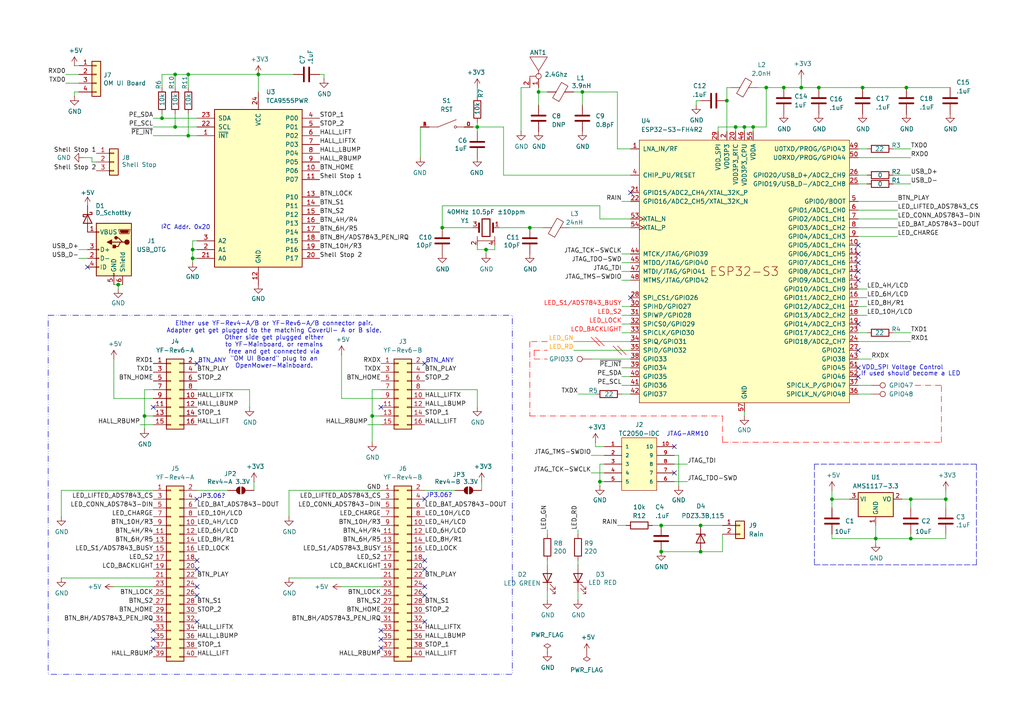
<source format=kicad_sch>
(kicad_sch (version 20231120) (generator "eeschema") (generator_version "8.0")
  (paper "A4")
  (title_block (title "YardForce Rev4-6 CoverUI-Adapter") (date "2024-11-11") (rev "0.1") (comment 1 "(C) Apehaenger 2024 <joerg@ebeling.ws>") (comment 2 "For https://openmower.de & Patrickzzz"))
  (junction (at 262.89 25.4))
  (junction (at 237.49 25.4))
  (junction (at 254 156.21))
  (junction (at 274.32 144.78))
  (junction (at 218.44 36.83))
  (junction (at 54.61 39.37))
  (junction (at 203.2 160.02))
  (junction (at 55.88 72.39))
  (junction (at 46.99 34.29))
  (junction (at 74.93 21.59))
  (junction (at 55.88 74.93))
  (junction (at 50.8 21.59))
  (junction (at 54.61 21.59))
  (junction (at 232.41 25.4))
  (junction (at 241.3 144.78))
  (junction (at 156.21 26.67))
  (junction (at 264.16 156.21))
  (junction (at 168.91 26.67))
  (junction (at 213.36 36.83))
  (junction (at 50.8 36.83))
  (junction (at 34.29 82.55))
  (junction (at 264.16 144.78))
  (junction (at 215.9 36.83))
  (junction (at 250.19 25.4))
  (junction (at 138.43 36.83))
  (junction (at 227.33 25.4))
  (junction (at 191.77 152.4))
  (junction (at 210.82 29.21))
  (junction (at 173.99 139.7))
  (junction (at 41.91 120.65))
  (junction (at 191.77 160.02))
  (junction (at 153.67 66.04))
  (junction (at 140.97 72.39))
  (junction (at 107.95 120.65))
  (junction (at 128.27 66.04))
  (junction (at 222.25 25.4))
  (junction (at 203.2 152.4))
  (no_connect (at 57.15 144.78))
  (no_connect (at 248.92 101.6))
  (no_connect (at 248.92 76.2))
  (no_connect (at 248.92 71.12))
  (no_connect (at 57.15 180.34))
  (no_connect (at 123.19 162.56))
  (no_connect (at 182.88 55.88))
  (no_connect (at 57.15 162.56))
  (no_connect (at 123.19 105.41))
  (no_connect (at 182.88 86.36))
  (no_connect (at 44.45 118.11))
  (no_connect (at 57.15 165.1))
  (no_connect (at 123.19 172.72))
  (no_connect (at 110.49 187.96))
  (no_connect (at 110.49 182.88))
  (no_connect (at 123.19 180.34))
  (no_connect (at 248.92 109.22))
  (no_connect (at 248.92 106.68))
  (no_connect (at 248.92 93.98))
  (no_connect (at 57.15 105.41))
  (no_connect (at 44.45 182.88))
  (no_connect (at 57.15 170.18))
  (no_connect (at 25.4 77.47))
  (no_connect (at 123.19 165.1))
  (no_connect (at 248.92 78.74))
  (no_connect (at 57.15 172.72))
  (no_connect (at 110.49 118.11))
  (no_connect (at 44.45 187.96))
  (no_connect (at 123.19 144.78))
  (no_connect (at 248.92 73.66))
  (no_connect (at 123.19 170.18))
  (no_connect (at 248.92 81.28))
  (no_connect (at 44.45 185.42))
  (no_connect (at 195.58 137.16))
  (no_connect (at 110.49 185.42))
  (no_connect (at 195.58 129.54))
  (wire (pts (xy 44.45 36.83) (xy 50.8 36.83)))
  (wire (pts (xy 144.78 66.04) (xy 153.67 66.04)))
  (wire (pts (xy 54.61 21.59) (xy 74.93 21.59)))
  (wire (pts (xy 248.92 53.34) (xy 251.46 53.34)))
  (wire (pts (xy 173.99 139.7) (xy 175.26 139.7)))
  (wire (pts (xy 254 156.21) (xy 264.16 156.21)))
  (wire (pts (xy 17.78 142.24) (xy 17.78 149.86)))
  (wire (pts (xy 57.15 142.24) (xy 66.04 142.24)))
  (wire (pts (xy 264.16 144.78) (xy 274.32 144.78)))
  (wire (pts (xy 215.9 36.83) (xy 215.9 38.1)))
  (wire (pts (xy 110.49 170.18) (xy 99.06 170.18)))
  (wire (pts (xy 180.34 91.44) (xy 182.88 91.44)))
  (wire (pts (xy 167.64 163.83) (xy 167.64 162.56)))
  (wire (pts (xy 252.73 104.14) (xy 248.92 104.14)))
  (wire (pts (xy 154.94 101.6) (xy 158.75 101.6)) (stroke (width 0) (type dash_dot) (color 255 0 0 1)))
  (wire (pts (xy 274.32 144.78) (xy 274.32 147.32)))
  (wire (pts (xy 151.13 25.4) (xy 153.67 25.4)))
  (wire (pts (xy 209.55 154.94) (xy 209.55 160.02)))
  (wire (pts (xy 106.68 123.19) (xy 110.49 123.19)))
  (wire (pts (xy 199.39 139.7) (xy 195.58 139.7)))
  (wire (pts (xy 251.46 88.9) (xy 248.92 88.9)))
  (wire (pts (xy 128.27 59.69) (xy 128.27 66.04)))
  (wire (pts (xy 248.92 43.18) (xy 251.46 43.18)))
  (wire (pts (xy 140.97 72.39) (xy 140.97 73.66)))
  (wire (pts (xy 138.43 72.39) (xy 140.97 72.39)))
  (wire (pts (xy 153.67 120.65) (xy 209.55 120.65)) (stroke (width 0) (type dash_dot) (color 255 0 0 1)))
  (wire (pts (xy 173.99 59.69) (xy 173.99 63.5)))
  (wire (pts (xy 22.86 26.67) (xy 21.59 26.67)))
  (wire (pts (xy 259.08 43.18) (xy 264.16 43.18)))
  (wire (pts (xy 179.07 26.67) (xy 179.07 43.18)))
  (wire (pts (xy 248.92 99.06) (xy 264.16 99.06)))
  (wire (pts (xy 171.45 104.14) (xy 182.88 104.14)))
  (wire (pts (xy 153.67 66.04) (xy 157.48 66.04)))
  (wire (pts (xy 55.88 74.93) (xy 55.88 76.2)))
  (wire (pts (xy 180.34 81.28) (xy 182.88 81.28)))
  (wire (pts (xy 248.92 45.72) (xy 264.16 45.72)))
  (wire (pts (xy 173.99 134.62) (xy 173.99 139.7)))
  (wire (pts (xy 264.16 156.21) (xy 264.16 154.94)))
  (polyline (pts (xy 236.22 163.83) (xy 283.21 163.83)) (stroke (width 0) (type dash)))
  (wire (pts (xy 209.55 120.65) (xy 209.55 128.27)) (stroke (width 0) (type dash_dot) (color 255 0 0 1)))
  (wire (pts (xy 254 152.4) (xy 254 156.21)))
  (wire (pts (xy 180.34 58.42) (xy 182.88 58.42)))
  (wire (pts (xy 165.1 66.04) (xy 182.88 66.04)))
  (wire (pts (xy 151.13 38.1) (xy 151.13 25.4)))
  (wire (pts (xy 232.41 25.4) (xy 237.49 25.4)))
  (wire (pts (xy 138.43 36.83) (xy 138.43 38.1)))
  (wire (pts (xy 179.07 152.4) (xy 181.61 152.4)))
  (wire (pts (xy 167.64 171.45) (xy 167.64 173.99)))
  (wire (pts (xy 41.91 120.65) (xy 44.45 120.65)))
  (wire (pts (xy 21.59 19.05) (xy 22.86 19.05)))
  (wire (pts (xy 24.13 45.72) (xy 26.67 45.72)))
  (wire (pts (xy 156.21 26.67) (xy 156.21 30.48)))
  (wire (pts (xy 146.05 36.83) (xy 146.05 50.8)))
  (wire (pts (xy 83.82 142.24) (xy 83.82 149.86)))
  (wire (pts (xy 123.19 113.03) (xy 138.43 113.03)))
  (wire (pts (xy 260.35 58.42) (xy 248.92 58.42)))
  (wire (pts (xy 241.3 144.78) (xy 241.3 147.32)))
  (wire (pts (xy 168.91 26.67) (xy 168.91 30.48)))
  (wire (pts (xy 138.43 71.12) (xy 138.43 72.39)))
  (wire (pts (xy 274.32 154.94) (xy 274.32 156.21)))
  (wire (pts (xy 172.72 128.27) (xy 172.72 129.54)))
  (wire (pts (xy 74.93 21.59) (xy 74.93 26.67)))
  (wire (pts (xy 55.88 69.85) (xy 55.88 72.39)))
  (wire (pts (xy 166.37 26.67) (xy 168.91 26.67)))
  (wire (pts (xy 26.67 46.99) (xy 27.94 46.99)))
  (wire (pts (xy 189.23 152.4) (xy 191.77 152.4)))
  (wire (pts (xy 210.82 25.4) (xy 210.82 29.21)))
  (wire (pts (xy 17.78 167.64) (xy 44.45 167.64)))
  (wire (pts (xy 260.35 68.58) (xy 248.92 68.58)))
  (wire (pts (xy 46.99 25.4) (xy 46.99 21.59)))
  (wire (pts (xy 34.29 82.55) (xy 35.56 82.55)))
  (wire (pts (xy 262.89 25.4) (xy 275.59 25.4)))
  (wire (pts (xy 153.67 99.06) (xy 153.67 120.65)) (stroke (width 0) (type dash_dot) (color 255 0 0 1)))
  (wire (pts (xy 19.05 24.13) (xy 22.86 24.13)))
  (wire (pts (xy 201.93 29.21) (xy 203.2 29.21)))
  (wire (pts (xy 209.55 128.27) (xy 273.05 128.27)) (stroke (width 0) (type dash_dot) (color 255 0 0 1)))
  (wire (pts (xy 138.43 113.03) (xy 138.43 118.11)))
  (wire (pts (xy 57.15 69.85) (xy 55.88 69.85)))
  (wire (pts (xy 41.91 113.03) (xy 41.91 120.65)))
  (wire (pts (xy 54.61 33.02) (xy 54.61 39.37)))
  (wire (pts (xy 209.55 160.02) (xy 203.2 160.02)))
  (wire (pts (xy 222.25 25.4) (xy 222.25 36.83)))
  (wire (pts (xy 26.67 45.72) (xy 26.67 46.99)))
  (wire (pts (xy 215.9 120.65) (xy 215.9 119.38)))
  (wire (pts (xy 259.08 96.52) (xy 264.16 96.52)))
  (wire (pts (xy 54.61 21.59) (xy 54.61 25.4)))
  (wire (pts (xy 274.32 142.24) (xy 274.32 144.78)))
  (wire (pts (xy 251.46 83.82) (xy 248.92 83.82)))
  (wire (pts (xy 248.92 50.8) (xy 251.46 50.8)))
  (wire (pts (xy 54.61 39.37) (xy 57.15 39.37)))
  (wire (pts (xy 40.64 123.19) (xy 44.45 123.19)))
  (polyline (pts (xy 179.07 100.33) (xy 181.61 102.87)) (stroke (width 0) (color 255 0 0 1)))
  (wire (pts (xy 138.43 35.56) (xy 138.43 36.83)))
  (wire (pts (xy 154.94 101.6) (xy 154.94 104.14)) (stroke (width 0) (type dash_dot) (color 255 0 0 1)))
  (wire (pts (xy 146.05 50.8) (xy 182.88 50.8)))
  (wire (pts (xy 50.8 33.02) (xy 50.8 36.83)))
  (polyline (pts (xy 177.8 100.33) (xy 180.34 102.87)) (stroke (width 0) (color 255 0 0 1)))
  (wire (pts (xy 219.71 25.4) (xy 222.25 25.4)))
  (wire (pts (xy 172.72 129.54) (xy 175.26 129.54)))
  (wire (pts (xy 222.25 25.4) (xy 227.33 25.4)))
  (wire (pts (xy 241.3 144.78) (xy 246.38 144.78)))
  (wire (pts (xy 110.49 113.03) (xy 107.95 113.03)))
  (polyline (pts (xy 283.21 134.62) (xy 236.22 134.62)) (stroke (width 0) (type dash)))
  (wire (pts (xy 139.7 139.7) (xy 139.7 142.24)))
  (polyline (pts (xy 236.22 134.62) (xy 236.22 163.83)) (stroke (width 0) (type dash)))
  (wire (pts (xy 218.44 38.1) (xy 218.44 36.83)))
  (wire (pts (xy 166.37 101.6) (xy 182.88 101.6)))
  (wire (pts (xy 44.45 39.37) (xy 54.61 39.37)))
  (wire (pts (xy 44.45 142.24) (xy 17.78 142.24)))
  (wire (pts (xy 140.97 72.39) (xy 143.51 72.39)))
  (wire (pts (xy 180.34 73.66) (xy 182.88 73.66)))
  (wire (pts (xy 180.34 96.52) (xy 182.88 96.52)))
  (wire (pts (xy 57.15 113.03) (xy 72.39 113.03)))
  (wire (pts (xy 55.88 74.93) (xy 57.15 74.93)))
  (wire (pts (xy 168.91 26.67) (xy 179.07 26.67)))
  (wire (pts (xy 99.06 102.87) (xy 99.06 115.57)))
  (wire (pts (xy 241.3 142.24) (xy 241.3 144.78)))
  (wire (pts (xy 50.8 21.59) (xy 50.8 25.4)))
  (wire (pts (xy 158.75 154.94) (xy 158.75 153.67)))
  (wire (pts (xy 19.05 21.59) (xy 22.86 21.59)))
  (wire (pts (xy 172.72 114.3) (xy 167.64 114.3)))
  (wire (pts (xy 208.28 36.83) (xy 213.36 36.83)))
  (wire (pts (xy 158.75 171.45) (xy 158.75 173.99)))
  (polyline (pts (xy 171.45 97.79) (xy 173.99 100.33)) (stroke (width 0) (color 255 0 0 1)))
  (wire (pts (xy 180.34 111.76) (xy 182.88 111.76)))
  (wire (pts (xy 179.07 43.18) (xy 182.88 43.18)))
  (wire (pts (xy 50.8 21.59) (xy 54.61 21.59)))
  (wire (pts (xy 93.98 21.59) (xy 92.71 21.59)))
  (wire (pts (xy 46.99 33.02) (xy 46.99 34.29)))
  (wire (pts (xy 248.92 96.52) (xy 251.46 96.52)))
  (wire (pts (xy 167.64 154.94) (xy 167.64 153.67)))
  (wire (pts (xy 248.92 114.3) (xy 252.73 114.3)))
  (wire (pts (xy 196.85 132.08) (xy 196.85 140.97)))
  (wire (pts (xy 222.25 36.83) (xy 218.44 36.83)))
  (wire (pts (xy 143.51 72.39) (xy 143.51 71.12)))
  (wire (pts (xy 251.46 86.36) (xy 248.92 86.36)))
  (wire (pts (xy 173.99 63.5) (xy 182.88 63.5)))
  (wire (pts (xy 33.02 170.18) (xy 44.45 170.18)))
  (wire (pts (xy 260.35 66.04) (xy 248.92 66.04)))
  (wire (pts (xy 261.62 144.78) (xy 264.16 144.78)))
  (wire (pts (xy 241.3 156.21) (xy 241.3 154.94)))
  (wire (pts (xy 166.37 99.06) (xy 182.88 99.06)))
  (wire (pts (xy 74.93 21.59) (xy 85.09 21.59)))
  (wire (pts (xy 73.66 139.7) (xy 73.66 142.24)))
  (wire (pts (xy 264.16 156.21) (xy 274.32 156.21)))
  (polyline (pts (xy 283.21 163.83) (xy 283.21 134.62)) (stroke (width 0) (type dash)))
  (wire (pts (xy 264.16 147.32) (xy 264.16 144.78)))
  (wire (pts (xy 180.34 114.3) (xy 182.88 114.3)))
  (wire (pts (xy 22.86 74.93) (xy 25.4 74.93)))
  (wire (pts (xy 203.2 152.4) (xy 209.55 152.4)))
  (wire (pts (xy 191.77 152.4) (xy 203.2 152.4)))
  (wire (pts (xy 137.16 36.83) (xy 138.43 36.83)))
  (polyline (pts (xy 172.72 97.79) (xy 175.26 100.33)) (stroke (width 0) (color 255 0 0 1)))
  (wire (pts (xy 180.34 109.22) (xy 182.88 109.22)))
  (wire (pts (xy 260.35 60.96) (xy 248.92 60.96)))
  (wire (pts (xy 99.06 115.57) (xy 110.49 115.57)))
  (wire (pts (xy 46.99 21.59) (xy 50.8 21.59)))
  (wire (pts (xy 191.77 160.02) (xy 203.2 160.02)))
  (wire (pts (xy 158.75 163.83) (xy 158.75 162.56)))
  (wire (pts (xy 33.02 115.57) (xy 44.45 115.57)))
  (wire (pts (xy 237.49 25.4) (xy 250.19 25.4)))
  (wire (pts (xy 273.05 128.27) (xy 273.05 111.76)) (stroke (width 0) (type dash_dot) (color 255 0 0 1)))
  (wire (pts (xy 210.82 29.21) (xy 210.82 38.1)))
  (wire (pts (xy 22.86 72.39) (xy 25.4 72.39)))
  (wire (pts (xy 173.99 140.97) (xy 173.99 139.7)))
  (wire (pts (xy 107.95 120.65) (xy 110.49 120.65)))
  (wire (pts (xy 171.45 137.16) (xy 175.26 137.16)))
  (wire (pts (xy 34.29 82.55) (xy 34.29 83.82)))
  (wire (pts (xy 156.21 26.67) (xy 158.75 26.67)))
  (wire (pts (xy 44.45 34.29) (xy 46.99 34.29)))
  (wire (pts (xy 232.41 22.86) (xy 232.41 25.4)))
  (wire (pts (xy 213.36 36.83) (xy 215.9 36.83)))
  (wire (pts (xy 93.98 22.86) (xy 93.98 21.59)))
  (wire (pts (xy 121.92 45.72) (xy 121.92 36.83)))
  (wire (pts (xy 72.39 113.03) (xy 72.39 118.11)))
  (wire (pts (xy 41.91 120.65) (xy 41.91 124.46)))
  (wire (pts (xy 251.46 91.44) (xy 248.92 91.44)))
  (wire (pts (xy 107.95 113.03) (xy 107.95 120.65)))
  (wire (pts (xy 21.59 26.67) (xy 21.59 27.94)))
  (wire (pts (xy 55.88 72.39) (xy 55.88 74.93)))
  (wire (pts (xy 154.94 104.14) (xy 158.75 104.14)) (stroke (width 0) (type dash_dot) (color 255 0 0 1)))
  (wire (pts (xy 199.39 134.62) (xy 195.58 134.62)))
  (wire (pts (xy 123.19 142.24) (xy 132.08 142.24)))
  (wire (pts (xy 260.35 63.5) (xy 248.92 63.5)))
  (wire (pts (xy 175.26 134.62) (xy 173.99 134.62)))
  (wire (pts (xy 171.45 132.08) (xy 175.26 132.08)))
  (wire (pts (xy 158.75 99.06) (xy 153.67 99.06)) (stroke (width 0) (type dash_dot) (color 255 0 0 1)))
  (wire (pts (xy 55.88 72.39) (xy 57.15 72.39)))
  (wire (pts (xy 156.21 26.67) (xy 156.21 25.4)))
  (wire (pts (xy 208.28 38.1) (xy 208.28 36.83)))
  (wire (pts (xy 138.43 36.83) (xy 146.05 36.83)))
  (wire (pts (xy 138.43 25.4) (xy 138.43 27.94)))
  (wire (pts (xy 213.36 38.1) (xy 213.36 36.83)))
  (wire (pts (xy 254 156.21) (xy 254 157.48)))
  (wire (pts (xy 128.27 59.69) (xy 173.99 59.69)))
  (wire (pts (xy 264.16 50.8) (xy 259.08 50.8)))
  (wire (pts (xy 128.27 66.04) (xy 137.16 66.04)))
  (wire (pts (xy 265.43 111.76) (xy 273.05 111.76)) (stroke (width 0) (type dash_dot) (color 255 0 0 1)))
  (wire (pts (xy 33.02 82.55) (xy 34.29 82.55)))
  (wire (pts (xy 210.82 25.4) (xy 212.09 25.4)))
  (wire (pts (xy 227.33 25.4) (xy 232.41 25.4)))
  (wire (pts (xy 264.16 53.34) (xy 259.08 53.34)))
  (wire (pts (xy 180.34 93.98) (xy 182.88 93.98)))
  (wire (pts (xy 50.8 36.83) (xy 57.15 36.83)))
  (wire (pts (xy 248.92 111.76) (xy 252.73 111.76)))
  (wire (pts (xy 195.58 132.08) (xy 196.85 132.08)))
  (wire (pts (xy 201.93 30.48) (xy 201.93 29.21)))
  (wire (pts (xy 218.44 36.83) (xy 215.9 36.83)))
  (wire (pts (xy 180.34 76.2) (xy 182.88 76.2)))
  (wire (pts (xy 46.99 34.29) (xy 57.15 34.29)))
  (wire (pts (xy 83.82 142.24) (xy 110.49 142.24)))
  (wire (pts (xy 180.34 106.68) (xy 182.88 106.68)))
  (wire (pts (xy 241.3 156.21) (xy 254 156.21)))
  (wire (pts (xy 180.34 88.9) (xy 182.88 88.9)))
  (wire (pts (xy 83.82 167.64) (xy 110.49 167.64)))
  (wire (pts (xy 180.34 78.74) (xy 182.88 78.74)))
  (wire (pts (xy 33.02 104.14) (xy 33.02 115.57)))
  (wire (pts (xy 107.95 120.65) (xy 107.95 128.27)))
  (wire (pts (xy 44.45 113.03) (xy 41.91 113.03)))
  (wire (pts (xy 250.19 25.4) (xy 262.89 25.4)))
  (rectangle (start 13.97 91.44) (end 148.59 195.58) (stroke (width 0) (type dash_dot_dot)))
  (text "VDD_SPI Voltage Control" (at 249.936 106.68 0) (effects (font (size 1.27 1.27)) (justify left)))
  (text "If used should become a LED" (at 249.682 108.458 0) (effects (font (size 1.27 1.27)) (justify left)))
  (text "JTAG-ARM10" (at 193.294 125.984 0) (effects (font (size 1.27 1.27)) (justify left)))
  (text "BTN_ANY" (at 123.444 104.648 0) (effects (font (size 1.27 1.27)) (justify left)))
  (text "JP3.06?" (at 123.444 143.764 0) (effects (font (size 1.27 1.27)) (justify left)))
  (text "JP3.06?" (at 57.658 144.018 0) (effects (font (size 1.27 1.27)) (justify left)))
  (text "BTN_ANY" (at 57.404 104.648 0) (effects (font (size 1.27 1.27)) (justify left)))
  (text "Either use YF-Rev4-A/B or YF-Rev6-A/B connector pair.\nAdapter get get plugged to the matching CoverUI- A or B side.\nOther side get plugged either\nto YF-Mainboard, or remains\nfree and get connected via\n\"OM UI Board\" plug to an\nOpenMower-Mainboard.\n" (at 79.502 100.076 0) (effects (font (size 1.27 1.27))))
  (text "I^{2}C Addr. 0x20" (at 53.848 66.04 0) (effects (font (size 1.27 1.27))))
  (label "BTN_4H{slash}R4" (at 92.71 64.77 0))
  (label "LED_LIFTED_ADS7843_CS" (at 110.49 144.78 180))
  (label "LED_4H{slash}LCD" (at 57.15 152.4 0))
  (label "STOP_2" (at 123.19 110.49 0))
  (label "BTN_6H{slash}R5" (at 92.71 67.31 0))
  (label "LED_LOCK" (at 180.34 93.98 180))
  (label "STOP_2" (at 92.71 36.83 0))
  (label "STOP_2" (at 57.15 110.49 0))
  (label "BTN_PLAY" (at 57.15 167.64 0))
  (label "LED_RD" (at 167.64 153.67 90))
  (label "HALL_LIFTX" (at 123.19 182.88 0))
  (label "HALL_RBUMP" (at 92.71 46.99 0))
  (label "LED_8H{slash}R1" (at 123.19 157.48 0))
  (label "JTAG_TDI" (at 199.39 134.62 0))
  (label "JTAG_TDO-SWD" (at 180.34 76.2 180))
  (label "BTN_S1" (at 57.15 175.26 0))
  (label "LED_S1{slash}ADS7843_BUSY" (at 44.45 160.02 180))
  (label "LED_LIFTED_ADS7843_CS" (at 260.35 60.96 0))
  (label "LCD_BACKLIGHT" (at 180.34 96.52 180))
  (label "LED_S1{slash}ADS7843_BUSY" (at 110.49 160.02 180))
  (label "LED_4H{slash}LCD" (at 251.46 83.82 0))
  (label "TXD1" (at 264.16 96.52 0))
  (label "USB_D-" (at 22.86 74.93 180))
  (label "BTN_PLAY" (at 123.19 107.95 0))
  (label "HALL_LBUMP" (at 92.71 44.45 0))
  (label "USB_D+" (at 22.86 72.39 180))
  (label "LED_CONN_ADS7843-DIN" (at 110.49 147.32 180))
  (label "HALL_LBUMP" (at 57.15 118.11 0))
  (label "Shell Stop 2" (at 27.94 49.53 180))
  (label "HALL_LBUMP" (at 123.19 118.11 0))
  (label "LED_LOCK" (at 123.19 160.02 0))
  (label "LED_S2" (at 110.49 162.56 180))
  (label "TXD0" (at 19.05 24.13 180))
  (label "JTAG_TDI" (at 180.34 78.74 180))
  (label "PE_SDA" (at 44.45 34.29 180))
  (label "HALL_LIFTX" (at 92.71 41.91 0))
  (label "BTN_S2" (at 110.49 175.26 180))
  (label "HALL_LBUMP" (at 57.15 185.42 0))
  (label "BTN_8H{slash}ADS7843_PEN_IRQ" (at 44.45 180.34 180))
  (label "HALL_LIFT" (at 92.71 39.37 0))
  (label "BTN_PLAY" (at 57.15 107.95 0))
  (label "Shell Stop 1" (at 92.71 52.07 0))
  (label "STOP_1" (at 92.71 34.29 0))
  (label "JTAG_TCK-SWCLK" (at 171.45 137.16 180))
  (label "JTAG_TMS-SWDIO" (at 180.34 81.28 180))
  (label "JTAG_TDO-SWD" (at 199.39 139.7 0))
  (label "LED_S1{slash}ADS7843_BUSY" (at 180.34 88.9 180))
  (label "PE_SCL" (at 44.45 36.83 180))
  (label "RXD1" (at 44.45 105.41 180))
  (label "HALL_LIFT" (at 57.15 190.5 0))
  (label "LED_4H{slash}LCD" (at 123.19 152.4 0))
  (label "BTN_6H{slash}R5" (at 44.45 157.48 180))
  (label "LED_S2" (at 44.45 162.56 180))
  (label "HALL_RBUMP" (at 106.68 123.19 180))
  (label "USB_D+" (at 264.16 50.8 0))
  (label "TXDX" (at 110.49 107.95 180))
  (label "TXD0" (at 264.16 43.18 0))
  (label "LED_BAT_ADS7843-DOUT" (at 123.19 147.32 0))
  (label "BTN_S2" (at 44.45 175.26 180))
  (label "BTN_10H{slash}R3" (at 92.71 72.39 0))
  (label "Shell Stop 1" (at 27.94 44.45 180))
  (label "HALL_LIFT" (at 123.19 123.19 0))
  (label "~{PE_INT}" (at 44.45 39.37 180))
  (label "RXD1" (at 264.16 99.06 0))
  (label "BTN_HOME" (at 44.45 110.49 180))
  (label "LED_S2" (at 180.34 91.44 180))
  (label "STOP_1" (at 123.19 120.65 0))
  (label "LED_RD" (at 166.37 101.6 180))
  (label "LED_10H{slash}LCD" (at 123.19 149.86 0))
  (label "STOP_1" (at 57.15 187.96 0))
  (label "HALL_LIFTX" (at 123.19 115.57 0))
  (label "BTN_LOCK" (at 110.49 172.72 180))
  (label "HALL_LIFT" (at 123.19 190.5 0))
  (label "BTN_10H{slash}R3" (at 44.45 152.4 180))
  (label "LED_8H{slash}R1" (at 251.46 88.9 0))
  (label "BTN_10H{slash}R3" (at 110.49 152.4 180))
  (label "STOP_2" (at 57.15 177.8 0))
  (label "LED_CHARGE" (at 260.35 68.58 0))
  (label "RXDX" (at 252.73 104.14 0))
  (label "RAIN" (at 180.34 58.42 180))
  (label "BTN_8H{slash}ADS7843_PEN_IRQ" (at 92.71 69.85 0))
  (label "HALL_LIFTX" (at 57.15 182.88 0))
  (label "BTN_4H{slash}R4" (at 44.45 154.94 180))
  (label "LED_6H{slash}LCD" (at 57.15 154.94 0))
  (label "LED_BAT_ADS7843-DOUT" (at 260.35 66.04 0))
  (label "BTN_S1" (at 123.19 175.26 0))
  (label "~{PE_INT}" (at 180.34 106.68 180))
  (label "LED_CONN_ADS7843-DIN" (at 44.45 147.32 180))
  (label "LED_6H{slash}LCD" (at 123.19 154.94 0))
  (label "LED_8H{slash}R1" (at 57.15 157.48 0))
  (label "LED_CONN_ADS7843-DIN" (at 260.35 63.5 0))
  (label "STOP_1" (at 123.19 187.96 0))
  (label "HALL_LIFTX" (at 57.15 115.57 0))
  (label "HALL_LIFT" (at 57.15 123.19 0))
  (label "RXDX" (at 110.49 105.41 180))
  (label "BTN_HOME" (at 110.49 177.8 180))
  (label "RXD0" (at 19.05 21.59 180))
  (label "BTN_6H{slash}R5" (at 110.49 157.48 180))
  (label "STOP_1" (at 57.15 120.65 0))
  (label "LED_GN" (at 158.75 153.67 90))
  (label "LED_10H{slash}LCD" (at 251.46 91.44 0))
  (label "BTN_HOME" (at 110.49 110.49 180))
  (label "Shell Stop 2" (at 92.71 74.93 0))
  (label "LED_CHARGE" (at 44.45 149.86 180))
  (label "USB_D-" (at 264.16 53.34 0))
  (label "BTN_PLAY" (at 123.19 167.64 0))
  (label "HALL_LBUMP" (at 123.19 185.42 0))
  (label "LED_LOCK" (at 57.15 160.02 0))
  (label "LED_CHARGE" (at 110.49 149.86 180))
  (label "LED_GN" (at 166.37 99.06 180))
  (label "HALL_RBUMP" (at 110.49 190.5 180))
  (label "RAIN" (at 179.07 152.4 180))
  (label "BTN_S2" (at 92.71 62.23 0))
  (label "LED_LIFTED_ADS7843_CS" (at 44.45 144.78 180))
  (label "BTN_HOME" (at 92.71 49.53 0))
  (label "LED_BAT_ADS7843-DOUT" (at 57.15 147.32 0))
  (label "LED_10H{slash}LCD" (at 57.15 149.86 0))
  (label "TXDX" (at 167.64 114.3 180))
  (label "HALL_RBUMP" (at 40.64 123.19 180))
  (label "STOP_2" (at 123.19 177.8 0))
  (label "GND" (at 110.49 142.24 180))
  (label "PE_SCL" (at 180.34 111.76 180))
  (label "RXD0" (at 264.16 45.72 0))
  (label "BTN_LOCK" (at 44.45 172.72 180))
  (label "PE_SDA" (at 180.34 109.22 180))
  (label "JTAG_TMS-SWDIO" (at 171.45 132.08 180))
  (label "LCD_BACKLIGHT" (at 110.49 165.1 180))
  (label "HALL_RBUMP" (at 44.45 190.5 180))
  (label "TXD1" (at 44.45 107.95 180))
  (label "JTAG_TCK-SWCLK" (at 180.34 73.66 180))
  (label "LCD_BACKLIGHT" (at 44.45 165.1 180))
  (label "BTN_HOME" (at 44.45 177.8 180))
  (label "LED_6H{slash}LCD" (at 251.46 86.36 0))
  (label "BTN_LOCK" (at 92.71 57.15 0))
  (label "BTN_8H{slash}ADS7843_PEN_IRQ" (at 110.49 180.34 180))
  (label "BTN_S1" (at 92.71 59.69 0))
  (label "BTN_4H{slash}R4" (at 110.49 154.94 180))
  (label "BTN_PLAY" (at 260.35 58.42 0))
  (symbol (lib_name "GND_14") (lib_id "power:GND") (at 158.75 189.23 0) (unit 1)
    (property "Reference" "#PWR022" (effects (hide yes)))
    (property "Value" "GND" (at 158.877 193.6242 0))
    (property "Description" "Power symbol creates a global label with name \"GND\" , ground" (effects (hide yes)))
  )
  (symbol (lib_id "Device:R") (at 255.27 50.8 90) (unit 1)
    (property "Reference" "R2" (at 258.572 49.784 90) (effects (justify right)))
    (property "Value" "0" (at 255.27 50.8 90))
    (property "Footprint" "Resistor_SMD:R_0402_1005Metric" (effects (hide yes)))
    (property "Description" "62.5mW Thick Film Resistors 50V ±800ppm/℃ ±1% 0Ω" (effects (hide yes)))
    (property "LCSC" "C17168" (effects (hide yes)))
  )
  (symbol (lib_id "Crystal_SMD:XRCGB40M000F4M02R0") (at 140.97 66.04 0) (mirror y) (unit 1)
    (property "Reference" "Y1" (at 134.874 64.008 0))
    (property "Value" "40MHz 10.5pF ±10ppm" (at 140.97 61.468 0))
    (property "Footprint" "Crystal:Crystal_SMD_2016-4Pin_2.0x1.6mm" (effects (hide yes)))
    (property "Description" "40MHz 10.5pF ±10ppm ±20ppm SMD2016-4P" (effects (hide yes)))
    (property "MF" "KYX" (effects (hide yes)))
    (property "MF Part" "K2B4000010510" (effects (hide yes)))
    (property "LCSC" "C18209006" (effects (hide yes)))
  )
  (symbol (lib_name "GND_3") (lib_id "power:GND") (at 17.78 167.64 0) (unit 1)
    (property "Reference" "#PWR019" (effects (hide yes)))
    (property "Value" "GND" (at 17.907 172.0342 0))
    (property "Description" "Power symbol creates a global label with name \"GND\" , ground" (effects (hide yes)))
  )
  (symbol (lib_id "power:+3.3V") (at 73.66 139.7 0) (unit 1)
    (property "Reference" "#PWR015" (effects (hide yes)))
    (property "Value" "+3V3" (at 74.041 135.3058 0))
    (property "Description" "Power symbol creates a global label with name \"+3.3V\"" (effects (hide yes)))
  )
  (symbol (lib_id "Device:R") (at 185.42 152.4 90) (mirror x) (unit 1)
    (property "Reference" "R12" (at 185.42 149.606 90))
    (property "Value" "10k" (at 185.42 147.066 90))
    (property "Footprint" "Resistor_SMD:R_0603_1608Metric" (effects (hide yes)))
    (property "Description" "100mW Thick Film Resistors 75V ±100ppm/℃ ±1% 10kΩ" (effects (hide yes)))
    (property "JLC" "C25744" (effects (hide yes)))
    (property "LCSC" "C25804" (effects (hide yes)))
  )
  (symbol (lib_name "+5V_2") (lib_id "power:+5V") (at 33.02 170.18 90) (unit 1)
    (property "Reference" "#PWR016" (effects (hide yes)))
    (property "Value" "+5V" (at 27.432 170.18 90))
    (property "Description" "Power symbol creates a global label with name \"+5V\"" (effects (hide yes)))
  )
  (symbol (lib_name "GND_1") (lib_id "power:GND") (at 215.9 120.65 0) (unit 1)
    (property "Reference" "#PWR039" (effects (hide yes)))
    (property "Value" "GND" (at 215.9 124.714 0))
    (property "Description" "Power symbol creates a global label with name \"GND\" , ground" (effects (hide yes)))
  )
  (symbol (lib_id "Device:FerriteBead") (at 215.9 25.4 90) (unit 1)
    (property "Reference" "L2" (at 219.71 18.796 90) (effects (justify right)))
    (property "Value" "2.0nH" (at 217.932 21.336 90) (effects (justify right)))
    (property "Footprint" "Inductor_SMD:L_0402_1005Metric" (effects (hide yes)))
    (property "Description" "300mA 2nH 200mΩ" (effects (hide yes)))
    (property "LCSC" "C963978" (effects (hide yes)))
  )
  (symbol (lib_id "power:GND") (at 275.59 33.02 0) (unit 1)
    (property "Reference" "#PWR046" (effects (hide yes)))
    (property "Value" "GND" (at 275.717 37.4142 0))
    (property "Description" "Power symbol creates a global label with name \"GND\" , ground" (effects (hide yes)))
  )
  (symbol (lib_name "+5V_3") (lib_id "power:+5V") (at 99.06 102.87 0) (unit 1)
    (property "Reference" "#PWR0102" (effects (hide yes)))
    (property "Value" "+5V" (at 99.441 98.4758 0))
    (property "Description" "Power symbol creates a global label with name \"+5V\"" (effects (hide yes)))
  )
  (symbol (lib_id "Connector_Generic:Conn_01x03") (at 33.02 46.99 0) (unit 1)
    (property "Reference" "J8" (at 35.306 45.72 0) (effects (justify left)))
    (property "Value" "Shell Stop" (at 35.306 47.752 0) (effects (justify left)))
    (property "Footprint" "Connector_JST:JST_XH_B3B-XH-A_1x03_P2.50mm_Vertical" (effects (hide yes)))
    (property "Description" "Generic connector, single row, 01x03, script generated (kicad-library-utils/schlib/autogen/connector/)" (effects (hide yes)))
    (property "Part Number" "B3B-XH-A(LF)(SN)" (effects (hide yes)))
    (property "Stock_PN" "J-JST-XH-1x3" (effects (hide yes)))
    (property "LCSC" "C144394" (effects (hide yes)))
  )
  (symbol (lib_id "Connector_Generic:Conn_02x20_Odd_Even") (at 115.57 165.1 0) (unit 1)
    (property "Reference" "J6" (at 116.84 135.89 0))
    (property "Value" "YF-Rev4-B" (at 116.84 138.43 0))
    (property "Footprint" "libs:IDC-Hybrid_2x20_P2.54mm_Latch_Vertical" (effects (hide yes)))
    (property "Description" "40 Position Header Connector 0.100\" (2.54mm) Through Hole Gold" (effects (hide yes)))
    (property "DigiKey" "SFH11-PBPC-D20-ST-BK" (effects (hide yes)))
    (property "LCSC" "C5909928" (effects (hide yes)))
  )
  (symbol (lib_id "Device:C") (at 207.01 29.21 90) (unit 1)
    (property "Reference" "C12" (at 202.946 24.892 90))
    (property "Value" ".1uF" (at 202.946 27.432 90))
    (property "Footprint" "Capacitor_SMD:C_0402_1005Metric" (effects (hide yes)))
    (property "Description" "16V 100nF X7R ±10% 0402 Multilayer Ceramic Capacitors MLCC" (effects (hide yes)))
    (property "LCSC" "C1525" (effects (hide yes)))
  )
  (symbol (lib_id "power:+3.3V") (at 74.93 21.59 0) (unit 1)
    (property "Reference" "#PWR032" (effects (hide yes)))
    (property "Value" "+3V3" (at 75.311 17.1958 0))
    (property "Description" "Power symbol creates a global label with name \"+3.3V\"" (effects (hide yes)))
  )
  (symbol (lib_id "Device:R") (at 158.75 158.75 0) (unit 1)
    (property "Reference" "R8" (at 160.528 157.5816 0) (effects (justify left)))
    (property "Value" "200	" (at 160.528 159.893 0) (effects (justify left)))
    (property "Footprint" "Resistor_SMD:R_0603_1608Metric" (effects (hide yes)))
    (property "Description" "100mW Thick Film Resistors 75V ±100ppm/℃ ±1% 200Ω" (effects (hide yes)))
    (property "LCSC" "C8218" (effects (hide yes)))
  )
  (symbol (lib_id "power:+3.3V") (at 274.32 142.24 0) (unit 1)
    (property "Reference" "#PWR05" (effects (hide yes)))
    (property "Value" "+3V3" (at 274.701 137.8458 0))
    (property "Description" "Power symbol creates a global label with name \"+3.3V\"" (effects (hide yes)))
  )
  (symbol (lib_id "Connector_Generic:Conn_02x08_Odd_Even") (at 115.57 113.03 0) (unit 1)
    (property "Reference" "J3" (at 116.84 99.06 0))
    (property "Value" "YF-Rev6-B" (at 116.84 101.6 0))
    (property "Footprint" "libs:IDC-Hybrid_2x08_P2.54mm_Latch_Vertical" (effects (hide yes)))
    (property "Description" "16 Position Header Connector 0.100\" (2.54mm) Through Hole Gold" (effects (hide yes)))
    (property "DigiKey" "S9196-ND" (effects (hide yes)))
    (property "LCSC" "C3320355 / C601981" (effects (hide yes)))
  )
  (symbol (lib_id "Connector_Generic:Conn_02x20_Odd_Even") (at 49.53 165.1 0) (unit 1)
    (property "Reference" "J5" (at 50.8 135.89 0))
    (property "Value" "YF-Rev4-A" (at 50.8 138.43 0))
    (property "Footprint" "libs:IDC-Hybrid_2x20_P2.54mm_Latch_Vertical" (effects (hide yes)))
    (property "Description" "40 Position Header Connector 0.100\" (2.54mm) Through Hole Gold" (effects (hide yes)))
    (property "DigiKey" "SFH11-PBPC-D20-ST-BK" (effects (hide yes)))
    (property "LCSC" "C5909928 / C3029524" (effects (hide yes)))
  )
  (symbol (lib_name "GND_6") (lib_id "power:GND") (at 83.82 167.64 0) (unit 1)
    (property "Reference" "#PWR018" (effects (hide yes)))
    (property "Value" "GND" (at 83.947 172.0342 0))
    (property "Description" "Power symbol creates a global label with name \"GND\" , ground" (effects (hide yes)))
  )
  (symbol (lib_id "Device:C") (at 191.77 156.21 0) (unit 1)
    (property "Reference" "C4" (at 189.992 147.066 0) (effects (justify left)))
    (property "Value" ".1uF" (at 189.992 149.606 0) (effects (justify left)))
    (property "Footprint" "Capacitor_SMD:C_0402_1005Metric" (effects (hide yes)))
    (property "Description" "16V 100nF X7R ±10% 0402 Multilayer Ceramic Capacitors MLCC" (effects (hide yes)))
    (property "JLC" "C307331" (effects (hide yes)))
    (property "LCSC" "C1525" (effects (hide yes)))
  )
  (symbol (lib_id "Device:FerriteBead") (at 162.56 26.67 90) (unit 1)
    (property "Reference" "L1" (at 168.402 22.606 90))
    (property "Value" "3.9nH" (at 168.656 24.892 90))
    (property "Footprint" "Inductor_SMD:L_0402_1005Metric" (effects (hide yes)))
    (property "Description" "3.9nH 0402 Inductors" (effects (hide yes)))
    (property "LCSC" "C370223" (effects (hide yes)))
  )
  (symbol (lib_id "PCB_Antenna:PCB_Trace24") (at 156.21 17.78 0) (unit 1) (in_bom no)
    (property "Reference" "ANT1" (at 153.67 15.24 0) (effects (justify left)))
    (property "Value" "2.4Ghz" (at 161.29 21.59 0))
    (property "Footprint" "libs:PCB_Antenna_2.4GHz_Left" (effects (hide yes)))
  )
  (symbol (lib_id "power:+5V") (at 170.18 189.23 0) (unit 1)
    (property "Reference" "#PWR02" (effects (hide yes)))
    (property "Value" "+5V" (at 170.561 184.8358 0))
    (property "Description" "Power symbol creates a global label with name \"+5V\"" (effects (hide yes)))
  )
  (symbol (lib_id "power:GND") (at 262.89 33.02 0) (unit 1)
    (property "Reference" "#PWR049" (effects (hide yes)))
    (property "Value" "GND" (at 263.017 37.4142 0))
    (property "Description" "Power symbol creates a global label with name \"GND\" , ground" (effects (hide yes)))
  )
  (symbol (lib_name "GND_1") (lib_id "power:GND") (at 74.93 82.55 0) (unit 1)
    (property "Reference" "#PWR031" (effects (hide yes)))
    (property "Value" "GND" (at 74.93 86.614 0))
    (property "Description" "Power symbol creates a global label with name \"GND\" , ground" (effects (hide yes)))
  )
  (symbol (lib_id "Connector_Generic:Conn_01x02") (at 214.63 152.4 0) (unit 1)
    (property "Reference" "J9" (at 217.17 152.3999 0) (effects (justify left)))
    (property "Value" "Rain" (at 217.17 154.9399 0) (effects (justify left)))
    (property "Footprint" "Connector_JST:JST_XH_B2B-XH-A_1x02_P2.50mm_Vertical" (effects (hide yes)))
    (property "Digikey" "455-2946-ND" (effects (hide yes)))
    (property "Part Number" "B2B-XH-A-GU" (effects (hide yes)))
    (property "Stock_PN" "J-JST-XH-1x2" (effects (hide yes)))
    (property "LCSC" "C2910525" (effects (hide yes)))
  )
  (symbol (lib_id "Device:C") (at 227.33 29.21 0) (unit 1)
    (property "Reference" "C14" (at 230.378 27.94 0) (effects (justify left)))
    (property "Value" "1uF" (at 230.378 30.48 0) (effects (justify left)))
    (property "Footprint" "Capacitor_SMD:C_0402_1005Metric" (effects (hide yes)))
    (property "Description" "25V 1uF X5R ±10%" (effects (hide yes)))
    (property "LCSC" "C52923" (effects (hide yes)))
  )
  (symbol (lib_name "GND_1") (lib_id "power:GND") (at 55.88 76.2 0) (unit 1)
    (property "Reference" "#PWR030" (effects (hide yes)))
    (property "Value" "GND" (at 55.88 80.264 0))
    (property "Description" "Power symbol creates a global label with name \"GND\" , ground" (effects (hide yes)))
  )
  (symbol (lib_id "Device:C") (at 275.59 29.21 0) (unit 1)
    (property "Reference" "C15" (at 277.368 23.876 0) (effects (justify left)))
    (property "Value" ".1uF" (at 277.368 26.416 0) (effects (justify left)))
    (property "Footprint" "Capacitor_SMD:C_0402_1005Metric" (effects (hide yes)))
    (property "Description" "16V 100nF X7R ±10% 0402 Multilayer Ceramic Capacitors MLCC" (effects (hide yes)))
    (property "LCSC" "C1525" (effects (hide yes)))
  )
  (symbol (lib_id "Device:C") (at 88.9 21.59 90) (unit 1)
    (property "Reference" "C7" (at 87.7316 18.669 0) (effects (justify left)))
    (property "Value" ".1uF" (at 90.043 18.669 0) (effects (justify left)))
    (property "Footprint" "Capacitor_SMD:C_0402_1005Metric" (effects (hide yes)))
    (property "Description" "16V 100nF X7R ±10% 0402 Multilayer Ceramic Capacitors MLCC" (effects (hide yes)))
    (property "Stock_PN" "C-402-.1uF-16V-X7R" (effects (hide yes)))
    (property "LCSC" "C1525" (effects (hide yes)))
  )
  (symbol (lib_id "power:GND") (at 140.97 73.66 0) (unit 1)
    (property "Reference" "#PWR036" (effects (hide yes)))
    (property "Value" "GND" (at 141.097 78.0542 0))
    (property "Description" "Power symbol creates a global label with name \"GND\" , ground" (effects (hide yes)))
  )
  (symbol (lib_name "GND_1") (lib_id "power:GND") (at 196.85 140.97 0) (unit 1)
    (property "Reference" "#PWR052" (effects (hide yes)))
    (property "Value" "GND" (at 196.85 145.034 0))
    (property "Description" "Power symbol creates a global label with name \"GND\" , ground" (effects (hide yes)))
  )
  (symbol (lib_id "power:PWR_FLAG") (at 170.18 189.23 180) (unit 1)
    (property "Reference" "#FLG01" (effects (hide yes)))
    (property "Value" "PWR_FLAG" (at 170.18 194.31 0))
    (property "Description" "Special symbol for telling ERC where power comes from" (effects (hide yes)))
  )
  (symbol (lib_name "+5V_4") (lib_id "power:+5V") (at 99.06 170.18 90) (unit 1)
    (property "Reference" "#PWR017" (effects (hide yes)))
    (property "Value" "+5V" (at 93.218 170.18 90))
    (property "Description" "Power symbol creates a global label with name \"+5V\"" (effects (hide yes)))
  )
  (symbol (lib_name "+3.3V_1") (lib_id "power:+3.3V") (at 172.72 128.27 0) (unit 1)
    (property "Reference" "#PWR011" (effects (hide yes)))
    (property "Value" "+3V3" (at 173.101 123.8758 0))
    (property "Description" "Power symbol creates a global label with name \"+3.3V\"" (effects (hide yes)))
  )
  (symbol (lib_name "GND_7") (lib_id "power:GND") (at 254 157.48 0) (unit 1)
    (property "Reference" "#PWR04" (effects (hide yes)))
    (property "Value" "GND" (at 254.127 161.8742 0))
    (property "Description" "Power symbol creates a global label with name \"GND\" , ground" (effects (hide yes)))
  )
  (symbol (lib_id "Device:R") (at 54.61 29.21 180) (unit 1)
    (property "Reference" "R11" (at 53.594 25.908 90) (effects (justify right)))
    (property "Value" "10k" (at 54.61 28.956 90))
    (property "Footprint" "Resistor_SMD:R_0603_1608Metric" (effects (hide yes)))
    (property "Description" "100mW Thick Film Resistors 75V ±100ppm/℃ ±1% 10kΩ" (effects (hide yes)))
    (property "LCSC" "C25804" (effects (hide yes)))
  )
  (symbol (lib_name "GND_1") (lib_id "power:GND") (at 34.29 83.82 0) (unit 1)
    (property "Reference" "#PWR021" (effects (hide yes)))
    (property "Value" "GND" (at 34.29 87.884 0))
    (property "Description" "Power symbol creates a global label with name \"GND\" , ground" (effects (hide yes)))
  )
  (symbol (lib_id "Device:R") (at 167.64 158.75 0) (unit 1)
    (property "Reference" "R9" (at 169.418 157.5816 0) (effects (justify left)))
    (property "Value" "220" (at 169.418 159.893 0) (effects (justify left)))
    (property "Footprint" "Resistor_SMD:R_0603_1608Metric" (effects (hide yes)))
    (property "Description" "100mW Thick Film Resistors 75V ±100ppm/℃ ±1% 220Ω" (effects (hide yes)))
    (property "LCSC" "C22962" (effects (hide yes)))
  )
  (symbol (lib_id "power:GND") (at 250.19 33.02 0) (unit 1)
    (property "Reference" "#PWR048" (effects (hide yes)))
    (property "Value" "GND" (at 250.317 37.4142 0))
    (property "Description" "Power symbol creates a global label with name \"GND\" , ground" (effects (hide yes)))
  )
  (symbol (lib_id "power:+3.3V") (at 232.41 22.86 0) (unit 1)
    (property "Reference" "#PWR038" (effects (hide yes)))
    (property "Value" "+3V3" (at 232.791 18.4658 0))
    (property "Description" "Power symbol creates a global label with name \"+3.3V\"" (effects (hide yes)))
  )
  (symbol (lib_id "power:GND") (at 191.77 160.02 0) (unit 1)
    (property "Reference" "#PWR020" (effects (hide yes)))
    (property "Value" "GND" (at 191.897 164.4142 0))
    (property "Description" "Power symbol creates a global label with name \"GND\" , ground" (effects (hide yes)))
  )
  (symbol (lib_id "Jumper:SolderJumper_2_Open") (at 69.85 142.24 0) (unit 1) (exclude_from_sim yes) (in_bom no)
    (property "Reference" "JP2" (at 66.802 137.414 0))
    (property "Value" "Rev4-A 3.3V" (at 66.294 139.7 0))
    (property "Footprint" "Jumper:SolderJumper-2_P1.3mm_Open_RoundedPad1.0x1.5mm" (effects (hide yes)))
    (property "Description" "Solder Jumper, 2-pole, open" (effects (hide yes)))
  )
  (symbol (lib_id "Connector_Generic:Conn_01x04") (at 27.94 21.59 0) (unit 1)
    (property "Reference" "J7" (at 29.972 21.7932 0) (effects (justify left)))
    (property "Value" "OM UI Board" (at 29.972 24.1046 0) (effects (justify left)))
    (property "Footprint" "Connector_JST:JST_XH_B4B-XH-A_1x04_P2.50mm_Vertical" (effects (hide yes)))
    (property "Digikey" "455-2249-ND" (effects (hide yes)))
    (property "Part Number" "B4B-XH-A(LF)(SN)" (effects (hide yes)))
    (property "Stock_PN" "J-JST-XH-1x4" (effects (hide yes)))
    (property "LCSC" "C144395" (effects (hide yes)))
  )
  (symbol (lib_id "PCM_Espressif:ESP32-S3") (at 215.9 78.74 0) (unit 1)
    (property "Reference" "U4" (at 185.928 35.052 0) (effects (justify left)))
    (property "Value" "ESP32-S3-FH4R2" (at 185.928 37.592 0) (effects (justify left)))
    (property "Footprint" "Package_DFN_QFN:QFN-56-1EP_7x7mm_P0.4mm_EP4x4mm_ThermalVias" (effects (hide yes)))
    (property "Datasheet" "https://www.espressif.com/sites/default/files/documentation/esp32-s3_datasheet_en.pdf" (effects (hide yes)))
    (property "Description" "ESP32-S3 is a low-power MCU-based system-on-chip (SoC) that supports 2.4 GHz Wi-Fi and Bluetooth® Low Energy (Bluetooth LE). It consists of high-performance dual-core microprocessor (Xtensa® 32-bit LX7), a low power coprocessor, a Wi-Fi baseband, a Bluetooth LE baseband, RF module, and peripherals." (effects (hide yes)))
    (property "LCSC" "C3013940" (effects (hide yes)))
  )
  (symbol (lib_id "Device:R") (at 176.53 114.3 90) (unit 1)
    (property "Reference" "R5" (at 170.688 113.284 90) (effects (justify right)))
    (property "Value" "22	" (at 177.8 114.3 90))
    (property "Footprint" "Resistor_SMD:R_0603_1608Metric" (effects (hide yes)))
    (property "Description" "100mW Thick Film Resistors 75V ±100ppm/℃ ±1% 22Ω 0603 Chip Resistor" (effects (hide yes)))
    (property "LCSC" "C23345" (effects (hide yes)))
  )
  (symbol (lib_id "Connector:TestPoint") (at 252.73 114.3 270) (unit 1) (in_bom no)
    (property "Reference" "GPIO48" (at 257.81 114.3 90) (effects (justify left)))
    (property "Value" "TestPoint" (effects (hide yes)))
    (property "Footprint" "TestPoint:TestPoint_Pad_1.0x1.0mm" (effects (hide yes)))
    (property "Description" "test point" (effects (hide yes)))
  )
  (symbol (lib_id "power:GND") (at 158.75 173.99 0) (unit 1)
    (property "Reference" "#PWR028" (effects (hide yes)))
    (property "Value" "GND" (at 158.877 178.3842 0))
    (property "Description" "Power symbol creates a global label with name \"GND\" , ground" (effects (hide yes)))
  )
  (symbol (lib_name "+5V_1") (lib_id "power:+5V") (at 25.4 59.69 0) (unit 1)
    (property "Reference" "#PWR01" (effects (hide yes)))
    (property "Value" "+5V" (at 25.4 55.88 0))
    (property "Description" "Power symbol creates a global label with name \"+5V\"" (effects (hide yes)))
  )
  (symbol (lib_id "Device:D_Zener") (at 203.2 156.21 270) (unit 1)
    (property "Reference" "D4" (at 201.93 146.812 90) (effects (justify left)))
    (property "Value" "PDZ3.3B,115" (at 197.612 149.606 90) (effects (justify left)))
    (property "Footprint" "Diode_SMD:D_SOD-323" (effects (hide yes)))
    (property "Description" "Zener diode" (effects (hide yes)))
    (property "JLC" "C426855" (effects (hide yes)))
  )
  (symbol (lib_name "GND_8") (lib_id "power:GND") (at 138.43 118.11 0) (unit 1)
    (property "Reference" "#PWR0104" (effects (hide yes)))
    (property "Value" "GND" (at 138.557 122.5042 0))
    (property "Description" "Power symbol creates a global label with name \"GND\" , ground" (effects (hide yes)))
  )
  (symbol (lib_id "Device:LED") (at 158.75 167.64 90) (unit 1)
    (property "Reference" "D2" (at 150.114 166.624 90) (effects (justify right)))
    (property "Value" "LED GREEN" (at 146.05 169.164 90) (effects (justify right)))
    (property "Footprint" "LED_SMD:LED_0603_1608Metric" (effects (hide yes)))
    (property "Description" "Light emitting diode" (effects (hide yes)))
    (property "Stock_PN" "LED-603-GREEN" (effects (hide yes)))
    (property "Digikey" "160-1446-1-ND" (effects (hide yes)))
    (property "Part Number" "LTST-C191KGKT" (effects (hide yes)))
    (property "LCSC" "C12624" (effects (hide yes)))
  )
  (symbol (lib_id "power:GND") (at 128.27 73.66 0) (unit 1)
    (property "Reference" "#PWR035" (effects (hide yes)))
    (property "Value" "GND" (at 128.397 78.0542 0))
    (property "Description" "Power symbol creates a global label with name \"GND\" , ground" (effects (hide yes)))
  )
  (symbol (lib_id "Device:R") (at 46.99 29.21 180) (unit 1)
    (property "Reference" "R6" (at 45.974 25.908 90) (effects (justify right)))
    (property "Value" "10k" (at 46.99 28.956 90))
    (property "Footprint" "Resistor_SMD:R_0603_1608Metric" (effects (hide yes)))
    (property "Description" "100mW Thick Film Resistors 75V ±100ppm/℃ ±1% 10kΩ" (effects (hide yes)))
    (property "LCSC" "C25804" (effects (hide yes)))
  )
  (symbol (lib_name "+5V_5") (lib_id "power:+5V") (at 21.59 19.05 0) (unit 1)
    (property "Reference" "#PWR09" (effects (hide yes)))
    (property "Value" "+5V" (at 21.971 14.6558 0))
    (property "Description" "Power symbol creates a global label with name \"+5V\"" (effects (hide yes)))
  )
  (symbol (lib_id "Device:C") (at 153.67 69.85 0) (unit 1)
    (property "Reference" "C11" (at 146.812 68.834 0) (effects (justify left)))
    (property "Value" "10pF" (at 146.05 71.12 0) (effects (justify left)))
    (property "Footprint" "Capacitor_SMD:C_0402_1005Metric" (effects (hide yes)))
    (property "Description" "50V 10pF C0G ±5%" (effects (hide yes)))
    (property "MFR" "FH" (effects (hide yes)))
    (property "MFR Part" "0402CG140J500NT" (effects (hide yes)))
    (property "LCSC" "C32949" (effects (hide yes)))
  )
  (symbol (lib_id "Device:C") (at 156.21 34.29 0) (unit 1)
    (property "Reference" "C8" (at 160.02 33.655 0) (effects (justify left)))
    (property "Value" "DNP" (at 160.02 36.195 0) (effects (justify left)))
    (property "Footprint" "Capacitor_SMD:C_0402_1005Metric" (effects (hide yes)))
  )
  (symbol (lib_id "Jumper:SolderJumper_2_Open") (at 135.89 142.24 0) (unit 1) (exclude_from_sim yes) (in_bom no)
    (property "Reference" "JP3" (at 133.096 137.668 0))
    (property "Value" "Rev4-B 3.3V" (at 132.334 139.7 0))
    (property "Footprint" "Jumper:SolderJumper-2_P1.3mm_Open_RoundedPad1.0x1.5mm" (effects (hide yes)))
    (property "Description" "Solder Jumper, 2-pole, open" (effects (hide yes)))
  )
  (symbol (lib_name "GND_1") (lib_id "power:GND") (at 173.99 140.97 0) (unit 1)
    (property "Reference" "#PWR051" (effects (hide yes)))
    (property "Value" "GND" (at 173.99 145.034 0))
    (property "Description" "Power symbol creates a global label with name \"GND\" , ground" (effects (hide yes)))
  )
  (symbol (lib_id "TC2050-IDC:TC2050-IDC") (at 185.42 134.62 0) (unit 1)
    (property "Reference" "J2" (at 185.42 123.19 0))
    (property "Value" "TC2050-IDC" (at 185.42 125.73 0))
    (property "Footprint" "libs:TAG-CONNECT_TC2050-IDC" (effects (hide yes)))
    (property "MF" "Tag-Connect LLC" (effects (hide yes)))
    (property "Description_1" "\n                        \n                            MSP-FET430 Flash Emulation Tool Plug-Of-Nails™ Adapter Cable\n                        \n" (effects (hide yes)))
    (property "Package" "None" (effects (hide yes)))
    (property "Price" "None" (effects (hide yes)))
    (property "STANDARD" "Manufacturer Recommendations" (effects (hide yes)))
    (property "PARTREV" "A" (effects (hide yes)))
    (property "SnapEDA_Link" "https://www.snapeda.com/parts/TC2050-IDC/Tag-Connect+LLC/view-part/?ref=snap" (effects (hide yes)))
    (property "MP" "TC2050-IDC" (effects (hide yes)))
    (property "Availability" "In Stock" (effects (hide yes)))
    (property "Check_prices" "https://www.snapeda.com/parts/TC2050-IDC/Tag-Connect+LLC/view-part/?ref=eda" (effects (hide yes)))
  )
  (symbol (lib_id "Device:R") (at 138.43 31.75 0) (mirror x) (unit 1)
    (property "Reference" "R7" (at 139.446 28.448 90) (effects (justify right)))
    (property "Value" "10k" (at 138.43 31.496 90))
    (property "Footprint" "Resistor_SMD:R_0603_1608Metric" (effects (hide yes)))
    (property "Description" "100mW Thick Film Resistors 75V ±100ppm/℃ ±1% 10kΩ" (effects (hide yes)))
    (property "LCSC" "C25804" (effects (hide yes)))
  )
  (symbol (lib_id "Device:C") (at 168.91 34.29 0) (unit 1)
    (property "Reference" "C9" (at 172.72 33.655 0) (effects (justify left)))
    (property "Value" "0.8pF" (at 172.72 36.195 0) (effects (justify left)))
    (property "Footprint" "Capacitor_SMD:C_0402_1005Metric" (effects (hide yes)))
    (property "Description" "50V 0.8pF" (effects (hide yes)))
    (property "LCSC" "C5448872" (effects (hide yes)))
  )
  (symbol (lib_name "GND_9") (lib_id "power:GND") (at 107.95 128.27 0) (unit 1)
    (property "Reference" "#PWR0103" (effects (hide yes)))
    (property "Value" "GND" (at 108.077 132.6642 0))
    (property "Description" "Power symbol creates a global label with name \"GND\" , ground" (effects (hide yes)))
  )
  (symbol (lib_name "GND_4") (lib_id "power:GND") (at 17.78 149.86 0) (unit 1)
    (property "Reference" "#PWR013" (effects (hide yes)))
    (property "Value" "GND" (at 17.907 154.2542 0))
    (property "Description" "Power symbol creates a global label with name \"GND\" , ground" (effects (hide yes)))
  )
  (symbol (lib_id "power:GND") (at 168.91 38.1 0) (unit 1)
    (property "Reference" "#PWR041" (effects (hide yes)))
    (property "Value" "GND" (at 169.037 42.4942 0))
    (property "Description" "Power symbol creates a global label with name \"GND\" , ground" (effects (hide yes)))
  )
  (symbol (lib_id "Device:D_Schottky") (at 25.4 63.5 270) (unit 1)
    (property "Reference" "D1" (at 27.686 59.69 90) (effects (justify left)))
    (property "Value" "D_Schottky" (at 27.686 61.722 90) (effects (justify left)))
    (property "Footprint" "Diode_SMD:D_SOD-123" (effects (hide yes)))
    (property "Part Number" "PMEG2010ER,115" (effects (hide yes)))
    (property "Digikey" "1727-5192-1-ND" (effects (hide yes)))
    (property "Stock_PN" "D-PMEG2010ER" (effects (hide yes)))
    (property "LCSC" "C82288" (effects (hide yes)))
  )
  (symbol (lib_id "power:GND") (at 227.33 33.02 0) (unit 1)
    (property "Reference" "#PWR045" (effects (hide yes)))
    (property "Value" "GND" (at 227.457 37.4142 0))
    (property "Description" "Power symbol creates a global label with name \"GND\" , ground" (effects (hide yes)))
  )
  (symbol (lib_id "power:GND") (at 121.92 45.72 0) (mirror y) (unit 1)
    (property "Reference" "#PWR050" (effects (hide yes)))
    (property "Value" "GND" (at 121.793 50.1142 0))
    (property "Description" "Power symbol creates a global label with name \"GND\" , ground" (effects (hide yes)))
  )
  (symbol (lib_id "Connector:TestPoint") (at 171.45 104.14 90) (unit 1) (in_bom no)
    (property "Reference" "GPIO33" (at 166.37 104.14 90) (effects (justify left)))
    (property "Value" "TestPoint" (effects (hide yes)))
    (property "Footprint" "TestPoint:TestPoint_Pad_1.0x1.0mm" (effects (hide yes)))
    (property "Description" "test point" (effects (hide yes)))
  )
  (symbol (lib_id "Device:C") (at 138.43 41.91 0) (mirror y) (unit 1)
    (property "Reference" "C6" (at 135.509 40.7416 0) (effects (justify left)))
    (property "Value" "1uF" (at 135.509 43.053 0) (effects (justify left)))
    (property "Footprint" "Capacitor_SMD:C_0402_1005Metric" (effects (hide yes)))
    (property "Description" "25V 1uF X5R ±10%" (effects (hide yes)))
    (property "Stock_PN" "C-402-1uF-10V-X5R" (effects (hide yes)))
    (property "LCSC" "C52923" (effects (hide yes)))
  )
  (symbol (lib_name "+5V_6") (lib_id "power:+5V") (at 33.02 104.14 0) (unit 1)
    (property "Reference" "#PWR08" (effects (hide yes)))
    (property "Value" "+5V" (at 33.401 99.7458 0))
    (property "Description" "Power symbol creates a global label with name \"+5V\"" (effects (hide yes)))
  )
  (symbol (lib_name "GND_10") (lib_id "power:GND") (at 21.59 27.94 0) (unit 1)
    (property "Reference" "#PWR010" (effects (hide yes)))
    (property "Value" "GND" (at 21.717 32.3342 0))
    (property "Description" "Power symbol creates a global label with name \"GND\" , ground" (effects (hide yes)))
  )
  (symbol (lib_id "Device:R") (at 255.27 96.52 90) (unit 1)
    (property "Reference" "R4" (at 258.572 95.504 90) (effects (justify right)))
    (property "Value" "22	" (at 256.286 96.52 90))
    (property "Footprint" "Resistor_SMD:R_0603_1608Metric" (effects (hide yes)))
    (property "Description" "100mW Thick Film Resistors 75V ±100ppm/℃ ±1% 22Ω 0603 Chip Resistor" (effects (hide yes)))
    (property "LCSC" "C23345" (effects (hide yes)))
  )
  (symbol (lib_id "Interface_Expansion:TCA9555PWR") (at 74.93 54.61 0) (unit 1)
    (property "Reference" "U3" (at 77.1241 26.67 0) (effects (justify left)))
    (property "Value" "TCA9555PWR" (at 77.1241 29.21 0) (effects (justify left)))
    (property "Footprint" "Package_SO:TSSOP-24_4.4x7.8mm_P0.65mm" (effects (hide yes)))
    (property "Datasheet" "http://www.ti.com/lit/ds/symlink/tca9555.pdf" (effects (hide yes)))
    (property "Description" "16-bit I/O expander, I2C and SMBus interface, interrupts, w/ pull-ups, TSSOP-24 package" (effects (hide yes)))
    (property "LCSC" "C465732" (effects (hide yes)))
  )
  (symbol (lib_id "Device:R") (at 50.8 29.21 180) (unit 1)
    (property "Reference" "R10" (at 49.784 25.908 90) (effects (justify right)))
    (property "Value" "10k" (at 50.8 28.956 90))
    (property "Footprint" "Resistor_SMD:R_0603_1608Metric" (effects (hide yes)))
    (property "Description" "100mW Thick Film Resistors 75V ±100ppm/℃ ±1% 10kΩ" (effects (hide yes)))
    (property "LCSC" "C25804" (effects (hide yes)))
  )
  (symbol (lib_id "Device:C") (at 262.89 29.21 0) (unit 1)
    (property "Reference" "C18" (at 266.7 28.575 0) (effects (justify left)))
    (property "Value" ".1uF" (at 266.7 31.115 0) (effects (justify left)))
    (property "Footprint" "Capacitor_SMD:C_0402_1005Metric" (effects (hide yes)))
    (property "Description" "16V 100nF X7R ±10% 0402 Multilayer Ceramic Capacitors MLCC" (effects (hide yes)))
    (property "LCSC" "C1525" (effects (hide yes)))
  )
  (symbol (lib_id "power:GND") (at 138.43 45.72 0) (mirror y) (unit 1)
    (property "Reference" "#PWR024" (effects (hide yes)))
    (property "Value" "GND" (at 138.303 50.1142 0))
    (property "Description" "Power symbol creates a global label with name \"GND\" , ground" (effects (hide yes)))
  )
  (symbol (lib_id "Regulator_Linear:AMS1117-3.3") (at 254 144.78 0) (unit 1)
    (property "Reference" "U1" (at 254 138.43 0))
    (property "Value" "AMS1117-3.3" (at 254 140.97 0))
    (property "Footprint" "Package_TO_SOT_SMD:SOT-223-3_TabPin2" (effects (hide yes)))
    (property "Datasheet" "http://www.advanced-monolithic.com/pdf/ds1117.pdf" (effects (hide yes)))
    (property "Description" "72dB@(120Hz) 1A Fixed 3.3V Positive electrode SOT-223 Voltage Regulators - Linear, Low Drop Out (LDO) Regulator" (effects (hide yes)))
    (property "LCSC" "C6186" (effects (hide yes)))
  )
  (symbol (lib_name "GND_11") (lib_id "power:GND") (at 72.39 118.11 0) (unit 1)
    (property "Reference" "#PWR06" (effects (hide yes)))
    (property "Value" "GND" (at 72.517 122.5042 0))
    (property "Description" "Power symbol creates a global label with name \"GND\" , ground" (effects (hide yes)))
  )
  (symbol (lib_id "power:GND") (at 151.13 38.1 0) (unit 1)
    (property "Reference" "#PWR043" (effects (hide yes)))
    (property "Value" "GND" (at 151.257 42.4942 0))
    (property "Description" "Power symbol creates a global label with name \"GND\" , ground" (effects (hide yes)))
  )
  (symbol (lib_id "Connector_Generic:Conn_02x08_Odd_Even") (at 49.53 113.03 0) (unit 1)
    (property "Reference" "J4" (at 50.8 99.06 0))
    (property "Value" "YF-Rev6-A" (at 50.8 101.6 0))
    (property "Footprint" "libs:IDC-Hybrid_2x08_P2.54mm_Latch_Vertical" (effects (hide yes)))
    (property "Description" "16 Position Header Connector 0.100\" (2.54mm) Through Hole Gold" (effects (hide yes)))
    (property "DigiKey" "S9196-ND" (effects (hide yes)))
    (property "LCSC" "C3320355" (effects (hide yes)))
  )
  (symbol (lib_id "power:GND") (at 201.93 30.48 0) (unit 1)
    (property "Reference" "#PWR040" (effects (hide yes)))
    (property "Value" "GND" (at 202.057 34.8742 0))
    (property "Description" "Power symbol creates a global label with name \"GND\" , ground" (effects (hide yes)))
  )
  (symbol (lib_name "GND_5") (lib_id "power:GND") (at 93.98 22.86 0) (unit 1)
    (property "Reference" "#PWR033" (effects (hide yes)))
    (property "Value" "GND" (at 94.107 27.2542 0))
    (property "Description" "Power symbol creates a global label with name \"GND\" , ground" (effects (hide yes)))
  )
  (symbol (lib_id "Device:C") (at 250.19 29.21 0) (unit 1)
    (property "Reference" "C17" (at 254 28.575 0) (effects (justify left)))
    (property "Value" ".1uF" (at 254 31.115 0) (effects (justify left)))
    (property "Footprint" "Capacitor_SMD:C_0402_1005Metric" (effects (hide yes)))
    (property "Description" "16V 100nF X7R ±10% 0402 Multilayer Ceramic Capacitors MLCC" (effects (hide yes)))
    (property "LCSC" "C1525" (effects (hide yes)))
  )
  (symbol (lib_id "Device:C") (at 264.16 151.13 0) (unit 1)
    (property "Reference" "C2" (at 267.208 151.13 0) (effects (justify left)))
    (property "Value" "10uF" (at 265.43 154.178 0) (effects (justify left)))
    (property "Footprint" "Capacitor_SMD:C_0603_1608Metric" (effects (hide yes)))
    (property "Description" "10V 10uF X5R ±10% 0603 Multilayer Ceramic Capacitors MLCC" (effects (hide yes)))
    (property "Stock_PN" "C-0603-10uF-10V" (effects (hide yes)))
    (property "LCSC" "C19702" (effects (hide yes)))
  )
  (symbol (lib_id "Device:C") (at 237.49 29.21 0) (unit 1)
    (property "Reference" "C16" (at 240.538 28.702 0) (effects (justify left)))
    (property "Value" ".1uF" (at 240.538 31.242 0) (effects (justify left)))
    (property "Footprint" "Capacitor_SMD:C_0402_1005Metric" (effects (hide yes)))
    (property "Description" "16V 100nF X7R ±10% 0402 Multilayer Ceramic Capacitors MLCC" (effects (hide yes)))
    (property "LCSC" "C1525" (effects (hide yes)))
  )
  (symbol (lib_id "Connector:TestPoint") (at 252.73 111.76 270) (unit 1) (in_bom no)
    (property "Reference" "GPIO47" (at 257.81 111.76 90) (effects (justify left)))
    (property "Value" "TestPoint" (effects (hide yes)))
    (property "Footprint" "TestPoint:TestPoint_Pad_1.0x1.0mm" (effects (hide yes)))
    (property "Description" "test point" (effects (hide yes)))
  )
  (symbol (lib_id "Connector:USB_OTG") (at 33.02 72.39 0) (mirror y) (unit 1)
    (property "Reference" "J1" (at 42.672 69.85 0) (effects (justify right)))
    (property "Value" "USB_OTG" (at 39.624 72.39 0) (effects (justify right)))
    (property "Footprint" "libs:USB_Micro-B_Wuerth_614105150721_Vertical" (effects (hide yes)))
    (property "Datasheet" " ~" (effects (hide yes)))
    (property "Description" "1A USB 2.0 Direct Insert 5P Female, Micro-B Plugin USB" (effects (hide yes)))
    (property "MFR" "MICRO 180°ZB" (effects (hide yes)))
    (property "MF" "SHOU HAN" (effects (hide yes)))
    (property "LCSC" "C668588" (effects (hide yes)))
  )
  (symbol (lib_id "Device:R") (at 255.27 53.34 90) (unit 1)
    (property "Reference" "R1" (at 258.572 52.324 90) (effects (justify right)))
    (property "Value" "0" (at 255.27 53.34 90))
    (property "Footprint" "Resistor_SMD:R_0402_1005Metric" (effects (hide yes)))
    (property "Description" "62.5mW Thick Film Resistors 50V ±800ppm/℃ ±1% 0Ω" (effects (hide yes)))
    (property "LCSC" "C17168" (effects (hide yes)))
  )
  (symbol (lib_name "GND_12") (lib_id "power:GND") (at 41.91 124.46 0) (unit 1)
    (property "Reference" "#PWR07" (effects (hide yes)))
    (property "Value" "GND" (at 42.037 128.8542 0))
    (property "Description" "Power symbol creates a global label with name \"GND\" , ground" (effects (hide yes)))
  )
  (symbol (lib_id "power:GND") (at 153.67 73.66 0) (unit 1)
    (property "Reference" "#PWR037" (effects (hide yes)))
    (property "Value" "GND" (at 153.797 78.0542 0))
    (property "Description" "Power symbol creates a global label with name \"GND\" , ground" (effects (hide yes)))
  )
  (symbol (lib_name "GND_13") (lib_id "power:GND") (at 83.82 149.86 0) (unit 1)
    (property "Reference" "#PWR014" (effects (hide yes)))
    (property "Value" "GND" (at 83.947 154.2542 0))
    (property "Description" "Power symbol creates a global label with name \"GND\" , ground" (effects (hide yes)))
  )
  (symbol (lib_id "power:GND") (at 167.64 173.99 0) (unit 1)
    (property "Reference" "#PWR029" (effects (hide yes)))
    (property "Value" "GND" (at 167.767 178.3842 0))
    (property "Description" "Power symbol creates a global label with name \"GND\" , ground" (effects (hide yes)))
  )
  (symbol (lib_id "Device:FerriteBead") (at 161.29 66.04 90) (unit 1)
    (property "Reference" "L3" (at 166.624 61.976 90))
    (property "Value" "24nH" (at 166.624 64.516 90))
    (property "Footprint" "Inductor_SMD:L_0402_1005Metric" (effects (hide yes)))
    (property "Description" "24nH ±5% 0402 Inductors (SMD)" (effects (hide yes)))
    (property "MFR" "Sunlord" (effects (hide yes)))
    (property "MFR Part" "SDCL1005C24NJTDF" (effects (hide yes)))
    (property "LCSC" "C401493" (effects (hide yes)))
  )
  (symbol (lib_id "Device:C") (at 128.27 69.85 0) (unit 1)
    (property "Reference" "C10" (at 121.412 68.834 0) (effects (justify left)))
    (property "Value" "10pF" (at 120.65 71.12 0) (effects (justify left)))
    (property "Footprint" "Capacitor_SMD:C_0402_1005Metric" (effects (hide yes)))
    (property "Description" "50V 10pF C0G ±5%" (effects (hide yes)))
    (property "MFR" "FH" (effects (hide yes)))
    (property "MFR Part" "0402CG140J500NT" (effects (hide yes)))
    (property "LCSC" "C32949" (effects (hide yes)))
  )
  (symbol (lib_id "power:+3.3V") (at 138.43 25.4 0) (mirror y) (unit 1)
    (property "Reference" "#PWR026" (effects (hide yes)))
    (property "Value" "+3V3" (at 138.049 21.0058 0))
    (property "Description" "Power symbol creates a global label with name \"+3.3V\"" (effects (hide yes)))
  )
  (symbol (lib_id "power:PWR_FLAG") (at 158.75 189.23 0) (unit 1)
    (property "Reference" "#FLG03" (effects (hide yes)))
    (property "Value" "PWR_FLAG" (at 158.75 184.15 0))
    (property "Description" "Special symbol for telling ERC where power comes from" (effects (hide yes)))
  )
  (symbol (lib_id "Device:C") (at 274.32 151.13 0) (unit 1)
    (property "Reference" "C3" (at 277.241 149.9616 0) (effects (justify left)))
    (property "Value" ".1uF" (at 277.241 152.273 0) (effects (justify left)))
    (property "Footprint" "Capacitor_SMD:C_0402_1005Metric" (effects (hide yes)))
    (property "Description" "16V 100nF X7R ±10% 0402 Multilayer Ceramic Capacitors MLCC" (effects (hide yes)))
    (property "Stock_PN" "C-402-.1uF-16V-X7R" (effects (hide yes)))
    (property "LCSC" "C1525" (effects (hide yes)))
  )
  (symbol (lib_id "Device:LED") (at 167.64 167.64 90) (unit 1)
    (property "Reference" "D3" (at 172.72 166.624 90) (effects (justify right)))
    (property "Value" "LED RED" (at 170.6372 168.9608 90) (effects (justify right)))
    (property "Footprint" "LED_SMD:LED_0603_1608Metric" (effects (hide yes)))
    (property "Description" "Light emitting diode" (effects (hide yes)))
    (property "Stock_PN" "LED-603-RED" (effects (hide yes)))
    (property "Digikey" "160-1447-1-ND" (effects (hide yes)))
    (property "Part Number" "LTST-C191KRKT" (effects (hide yes)))
    (property "LCSC" "C2286" (effects (hide yes)))
  )
  (symbol (lib_name "GND_10") (lib_id "power:GND") (at 24.13 45.72 270) (unit 1)
    (property "Reference" "#PWR012" (effects (hide yes)))
    (property "Value" "GND" (at 18.542 45.72 90))
    (property "Description" "Power symbol creates a global label with name \"GND\" , ground" (effects (hide yes)))
  )
  (symbol (lib_id "TS-1187A-B-A-B:TS-1187A-B-A-B") (at 129.54 36.83 0) (unit 1)
    (property "Reference" "S1" (at 129.54 29.21 0))
    (property "Value" "RST" (at 129.54 31.75 0))
    (property "Footprint" "libs:SW_TS-1187A-B-A-B" (effects (hide yes)))
    (property "Description" "50mA 5.1mm 100000 Times 160gf 12V 5.1mm 1.5mm Round Button Standing paste SPST SMD Tactile Switches" (effects (hide yes)))
    (property "MF" "XKB Industrial Precision" (effects (hide yes)))
    (property "MAXIMUM_PACKAGE_HEIGHT" "1.5mm" (effects (hide yes)))
    (property "Package" "Package" (effects (hide yes)))
    (property "Price" "None" (effects (hide yes)))
    (property "Check_prices" "https://www.snapeda.com/parts/TS-1187A-B-A-B/XKB+Industrial+Precision/view-part/?ref=eda" (effects (hide yes)))
    (property "STANDARD" "Manufacturer Recommendations" (effects (hide yes)))
    (property "PARTREV" "A0" (effects (hide yes)))
    (property "SnapEDA_Link" "https://www.snapeda.com/parts/TS-1187A-B-A-B/XKB+Industrial+Precision/view-part/?ref=snap" (effects (hide yes)))
    (property "MP" "TS-1187A-B-A-B" (effects (hide yes)))
    (property "Description_1" "\n                        \n                            TS-1187A-B-A-B XKB Connectivity\n                        \n" (effects (hide yes)))
    (property "Availability" "Not in stock" (effects (hide yes)))
    (property "MANUFACTURER" "XKB Industrial Precision" (effects (hide yes)))
    (property "LCSC" "C318884" (effects (hide yes)))
  )
  (symbol (lib_id "Device:C") (at 241.3 151.13 0) (unit 1)
    (property "Reference" "C1" (at 245.11 151.13 0) (effects (justify left)))
    (property "Value" "10uF" (at 242.062 154.178 0) (effects (justify left)))
    (property "Footprint" "Capacitor_SMD:C_0603_1608Metric" (effects (hide yes)))
    (property "Description" "10V 10uF X5R ±10% 0603 Multilayer Ceramic Capacitors MLCC" (effects (hide yes)))
    (property "Stock_PN" "C-0603-10uF-10V" (effects (hide yes)))
    (property "LCSC" "C19702" (effects (hide yes)))
  )
  (symbol (lib_id "power:+3.3V") (at 139.7 139.7 0) (unit 1)
    (property "Reference" "#PWR034" (effects (hide yes)))
    (property "Value" "+3V3" (at 140.081 135.3058 0))
    (property "Description" "Power symbol creates a global label with name \"+3.3V\"" (effects (hide yes)))
  )
  (symbol (lib_id "Device:R") (at 255.27 43.18 90) (unit 1)
    (property "Reference" "R3" (at 258.572 42.164 90) (effects (justify right)))
    (property "Value" "22	" (at 256.286 43.18 90))
    (property "Footprint" "Resistor_SMD:R_0603_1608Metric" (effects (hide yes)))
    (property "Description" "100mW Thick Film Resistors 75V ±100ppm/℃ ±1% 22Ω 0603 Chip Resistor" (effects (hide yes)))
    (property "LCSC" "C23345" (effects (hide yes)))
  )
  (symbol (lib_id "power:GND") (at 156.21 38.1 0) (unit 1)
    (property "Reference" "#PWR042" (effects (hide yes)))
    (property "Value" "GND" (at 156.337 42.4942 0))
    (property "Description" "Power symbol creates a global label with name \"GND\" , ground" (effects (hide yes)))
  )
  (symbol (lib_name "+5V_7") (lib_id "power:+5V") (at 241.3 142.24 0) (unit 1)
    (property "Reference" "#PWR03" (effects (hide yes)))
    (property "Value" "+5V" (at 241.681 137.8458 0))
    (property "Description" "Power symbol creates a global label with name \"+5V\"" (effects (hide yes)))
  )
  (symbol (lib_id "power:GND") (at 237.49 33.02 0) (unit 1)
    (property "Reference" "#PWR047" (effects (hide yes)))
    (property "Value" "GND" (at 237.617 37.4142 0))
    (property "Description" "Power symbol creates a global label with name \"GND\" , ground" (effects (hide yes)))
  )
)
</source>
